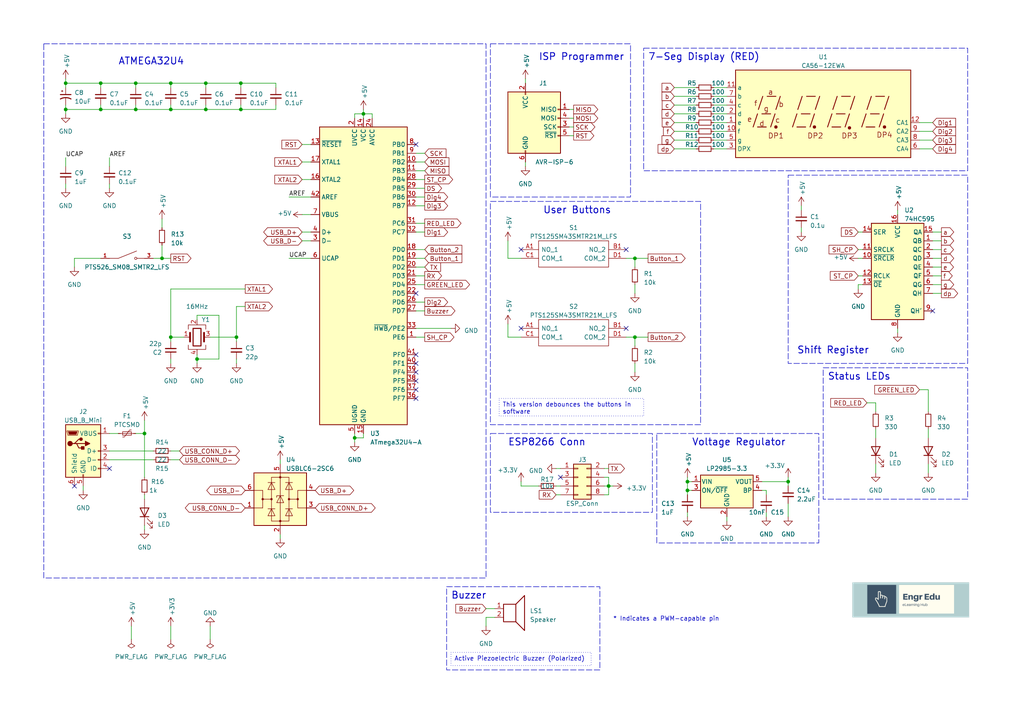
<source format=kicad_sch>
(kicad_sch (version 20230121) (generator eeschema)
  (paper "A4")
  (title_block (title "ATMEGA Kitchen Timer") (date "2023-04-03") (rev "1.0"))
  (junction (at 46.99 74.93))
  (junction (at 57.15 104.14))
  (junction (at 228.6 139.7))
  (junction (at 49.53 97.79))
  (junction (at 49.53 31.75))
  (junction (at 29.21 31.75))
  (junction (at 199.39 139.7))
  (junction (at 41.91 125.73))
  (junction (at 69.85 24.13))
  (junction (at 199.39 142.24))
  (junction (at 102.87 127))
  (junction (at 29.21 24.13))
  (junction (at 105.41 33.02))
  (junction (at 39.37 24.13))
  (junction (at 69.85 31.75))
  (junction (at 176.53 140.97))
  (junction (at 49.53 24.13))
  (junction (at 184.15 97.79))
  (junction (at 19.05 24.13))
  (junction (at 59.69 24.13))
  (junction (at 19.05 31.75))
  (junction (at 59.69 31.75))
  (junction (at 184.15 74.93))
  (junction (at 68.58 97.79))
  (junction (at 39.37 31.75))
  (no_connect (at 120.65 113.03))
  (no_connect (at 181.61 95.25))
  (no_connect (at 181.61 72.39))
  (no_connect (at 120.65 115.57))
  (no_connect (at 162.56 138.43))
  (no_connect (at 120.65 85.09))
  (no_connect (at 120.65 110.49))
  (no_connect (at 151.13 72.39))
  (no_connect (at 120.65 107.95))
  (no_connect (at 31.75 135.89))
  (no_connect (at 21.59 140.97))
  (no_connect (at 120.65 41.91))
  (no_connect (at 151.13 95.25))
  (no_connect (at 270.51 90.17))
  (no_connect (at 120.65 105.41))
  (no_connect (at 120.65 102.87))
  (wire (pts (xy 105.41 125.73) (xy 105.41 127)))
  (wire (pts (xy 228.6 138.43) (xy 228.6 139.7)))
  (wire (pts (xy 24.13 140.97) (xy 24.13 142.24)))
  (wire (pts (xy 19.05 24.13) (xy 19.05 25.4)))
  (wire (pts (xy 31.75 45.72) (xy 31.75 48.26)))
  (wire (pts (xy 260.35 95.25) (xy 260.35 96.52)))
  (wire (pts (xy 80.01 25.4) (xy 80.01 24.13)))
  (wire (pts (xy 184.15 97.79) (xy 184.15 100.33)))
  (wire (pts (xy 39.37 24.13) (xy 49.53 24.13)))
  (wire (pts (xy 59.69 30.48) (xy 59.69 31.75)))
  (wire (pts (xy 207.01 30.48) (xy 210.82 30.48)))
  (wire (pts (xy 19.05 31.75) (xy 19.05 33.02)))
  (wire (pts (xy 31.75 133.35) (xy 44.45 133.35)))
  (wire (pts (xy 49.53 99.06) (xy 49.53 97.79)))
  (wire (pts (xy 69.85 25.4) (xy 69.85 24.13)))
  (wire (pts (xy 57.15 104.14) (xy 57.15 105.41)))
  (wire (pts (xy 175.26 138.43) (xy 176.53 138.43)))
  (wire (pts (xy 69.85 24.13) (xy 80.01 24.13)))
  (wire (pts (xy 49.53 24.13) (xy 59.69 24.13)))
  (wire (pts (xy 60.96 181.61) (xy 60.96 185.42)))
  (wire (pts (xy 120.65 74.93) (xy 123.19 74.93)))
  (wire (pts (xy 120.65 57.15) (xy 123.19 57.15)))
  (wire (pts (xy 140.97 179.07) (xy 140.97 181.61)))
  (wire (pts (xy 120.65 90.17) (xy 123.19 90.17)))
  (wire (pts (xy 57.15 91.44) (xy 63.5 91.44)))
  (wire (pts (xy 270.51 67.31) (xy 273.05 67.31)))
  (wire (pts (xy 49.53 83.82) (xy 49.53 97.79)))
  (wire (pts (xy 184.15 97.79) (xy 187.96 97.79)))
  (wire (pts (xy 184.15 74.93) (xy 184.15 77.47)))
  (wire (pts (xy 228.6 146.05) (xy 228.6 149.86)))
  (wire (pts (xy 105.41 33.02) (xy 105.41 34.29)))
  (wire (pts (xy 46.99 63.5) (xy 46.99 66.04)))
  (wire (pts (xy 21.59 74.93) (xy 29.21 74.93)))
  (wire (pts (xy 120.65 80.01) (xy 123.19 80.01)))
  (wire (pts (xy 254 124.46) (xy 254 127)))
  (wire (pts (xy 41.91 143.51) (xy 41.91 144.78)))
  (wire (pts (xy 105.41 31.75) (xy 105.41 33.02)))
  (wire (pts (xy 248.92 72.39) (xy 250.19 72.39)))
  (wire (pts (xy 87.63 62.23) (xy 90.17 62.23)))
  (wire (pts (xy 222.25 148.59) (xy 222.25 149.86)))
  (wire (pts (xy 38.1 181.61) (xy 38.1 185.42)))
  (wire (pts (xy 161.29 143.51) (xy 162.56 143.51)))
  (wire (pts (xy 176.53 138.43) (xy 176.53 140.97)))
  (wire (pts (xy 57.15 102.87) (xy 57.15 104.14)))
  (wire (pts (xy 199.39 139.7) (xy 199.39 142.24)))
  (wire (pts (xy 39.37 31.75) (xy 29.21 31.75)))
  (wire (pts (xy 87.63 67.31) (xy 90.17 67.31)))
  (wire (pts (xy 195.58 30.48) (xy 201.93 30.48)))
  (wire (pts (xy 140.97 176.53) (xy 143.51 176.53)))
  (wire (pts (xy 59.69 31.75) (xy 49.53 31.75)))
  (wire (pts (xy 266.7 38.1) (xy 270.51 38.1)))
  (wire (pts (xy 87.63 52.07) (xy 90.17 52.07)))
  (wire (pts (xy 19.05 53.34) (xy 19.05 54.61)))
  (wire (pts (xy 269.24 113.03) (xy 269.24 119.38)))
  (wire (pts (xy 49.53 181.61) (xy 49.53 185.42)))
  (wire (pts (xy 49.53 133.35) (xy 52.07 133.35)))
  (wire (pts (xy 199.39 138.43) (xy 199.39 139.7)))
  (wire (pts (xy 195.58 27.94) (xy 201.93 27.94)))
  (wire (pts (xy 19.05 31.75) (xy 29.21 31.75)))
  (wire (pts (xy 39.37 30.48) (xy 39.37 31.75)))
  (wire (pts (xy 250.19 82.55) (xy 248.92 82.55)))
  (wire (pts (xy 69.85 31.75) (xy 80.01 31.75)))
  (wire (pts (xy 83.82 74.93) (xy 90.17 74.93)))
  (wire (pts (xy 156.21 140.97) (xy 151.13 140.97)))
  (wire (pts (xy 81.28 133.35) (xy 81.28 134.62)))
  (wire (pts (xy 161.29 140.97) (xy 162.56 140.97)))
  (wire (pts (xy 29.21 30.48) (xy 29.21 31.75)))
  (wire (pts (xy 269.24 124.46) (xy 269.24 127)))
  (wire (pts (xy 175.26 143.51) (xy 176.53 143.51)))
  (wire (pts (xy 195.58 35.56) (xy 201.93 35.56)))
  (wire (pts (xy 260.35 60.96) (xy 260.35 62.23)))
  (wire (pts (xy 266.7 113.03) (xy 269.24 113.03)))
  (wire (pts (xy 176.53 140.97) (xy 176.53 143.51)))
  (wire (pts (xy 102.87 125.73) (xy 102.87 127)))
  (wire (pts (xy 199.39 148.59) (xy 199.39 149.86)))
  (wire (pts (xy 228.6 140.97) (xy 228.6 139.7)))
  (wire (pts (xy 105.41 127) (xy 102.87 127)))
  (wire (pts (xy 68.58 88.9) (xy 68.58 97.79)))
  (wire (pts (xy 102.87 127) (xy 102.87 128.27)))
  (wire (pts (xy 232.41 59.69) (xy 232.41 60.96)))
  (wire (pts (xy 29.21 24.13) (xy 39.37 24.13)))
  (wire (pts (xy 195.58 38.1) (xy 201.93 38.1)))
  (wire (pts (xy 31.75 125.73) (xy 34.29 125.73)))
  (wire (pts (xy 46.99 71.12) (xy 46.99 74.93)))
  (wire (pts (xy 248.92 67.31) (xy 250.19 67.31)))
  (wire (pts (xy 207.01 25.4) (xy 210.82 25.4)))
  (wire (pts (xy 165.1 36.83) (xy 166.37 36.83)))
  (wire (pts (xy 39.37 25.4) (xy 39.37 24.13)))
  (wire (pts (xy 184.15 74.93) (xy 187.96 74.93)))
  (wire (pts (xy 81.28 154.94) (xy 81.28 156.21)))
  (wire (pts (xy 31.75 53.34) (xy 31.75 54.61)))
  (wire (pts (xy 44.45 74.93) (xy 46.99 74.93)))
  (wire (pts (xy 220.98 142.24) (xy 222.25 142.24)))
  (wire (pts (xy 120.65 77.47) (xy 123.19 77.47)))
  (wire (pts (xy 31.75 130.81) (xy 44.45 130.81)))
  (wire (pts (xy 147.32 97.79) (xy 147.32 93.98)))
  (wire (pts (xy 49.53 25.4) (xy 49.53 24.13)))
  (wire (pts (xy 152.4 46.99) (xy 152.4 48.26)))
  (wire (pts (xy 175.26 140.97) (xy 176.53 140.97)))
  (wire (pts (xy 49.53 97.79) (xy 53.34 97.79)))
  (wire (pts (xy 176.53 140.97) (xy 177.8 140.97)))
  (wire (pts (xy 269.24 134.62) (xy 269.24 137.16)))
  (wire (pts (xy 270.51 80.01) (xy 273.05 80.01)))
  (wire (pts (xy 266.7 40.64) (xy 270.51 40.64)))
  (wire (pts (xy 120.65 64.77) (xy 123.19 64.77)))
  (wire (pts (xy 151.13 140.97) (xy 151.13 139.7)))
  (wire (pts (xy 175.26 135.89) (xy 176.53 135.89)))
  (wire (pts (xy 248.92 74.93) (xy 250.19 74.93)))
  (wire (pts (xy 207.01 33.02) (xy 210.82 33.02)))
  (wire (pts (xy 181.61 74.93) (xy 184.15 74.93)))
  (wire (pts (xy 102.87 33.02) (xy 105.41 33.02)))
  (wire (pts (xy 165.1 34.29) (xy 166.37 34.29)))
  (wire (pts (xy 49.53 130.81) (xy 52.07 130.81)))
  (wire (pts (xy 195.58 43.18) (xy 201.93 43.18)))
  (wire (pts (xy 143.51 179.07) (xy 140.97 179.07)))
  (wire (pts (xy 228.6 139.7) (xy 220.98 139.7)))
  (wire (pts (xy 120.65 44.45) (xy 123.19 44.45)))
  (wire (pts (xy 46.99 74.93) (xy 49.53 74.93)))
  (wire (pts (xy 41.91 152.4) (xy 41.91 153.67)))
  (wire (pts (xy 49.53 31.75) (xy 39.37 31.75)))
  (wire (pts (xy 39.37 125.73) (xy 41.91 125.73)))
  (wire (pts (xy 63.5 91.44) (xy 63.5 104.14)))
  (wire (pts (xy 80.01 30.48) (xy 80.01 31.75)))
  (wire (pts (xy 120.65 97.79) (xy 123.19 97.79)))
  (wire (pts (xy 107.95 33.02) (xy 105.41 33.02)))
  (wire (pts (xy 49.53 104.14) (xy 49.53 105.41)))
  (wire (pts (xy 248.92 82.55) (xy 248.92 83.82)))
  (wire (pts (xy 207.01 40.64) (xy 210.82 40.64)))
  (wire (pts (xy 41.91 121.92) (xy 41.91 125.73)))
  (wire (pts (xy 270.51 72.39) (xy 273.05 72.39)))
  (wire (pts (xy 207.01 27.94) (xy 210.82 27.94)))
  (wire (pts (xy 195.58 33.02) (xy 201.93 33.02)))
  (wire (pts (xy 49.53 30.48) (xy 49.53 31.75)))
  (wire (pts (xy 120.65 87.63) (xy 123.19 87.63)))
  (wire (pts (xy 199.39 142.24) (xy 200.66 142.24)))
  (wire (pts (xy 207.01 38.1) (xy 210.82 38.1)))
  (wire (pts (xy 151.13 74.93) (xy 147.32 74.93)))
  (wire (pts (xy 232.41 66.04) (xy 232.41 67.31)))
  (wire (pts (xy 120.65 49.53) (xy 123.19 49.53)))
  (wire (pts (xy 83.82 57.15) (xy 90.17 57.15)))
  (wire (pts (xy 199.39 142.24) (xy 199.39 143.51)))
  (wire (pts (xy 184.15 82.55) (xy 184.15 85.09)))
  (wire (pts (xy 59.69 25.4) (xy 59.69 24.13)))
  (wire (pts (xy 41.91 125.73) (xy 41.91 138.43)))
  (wire (pts (xy 270.51 74.93) (xy 273.05 74.93)))
  (wire (pts (xy 266.7 43.18) (xy 270.51 43.18)))
  (wire (pts (xy 165.1 31.75) (xy 166.37 31.75)))
  (wire (pts (xy 151.13 97.79) (xy 147.32 97.79)))
  (wire (pts (xy 270.51 77.47) (xy 273.05 77.47)))
  (wire (pts (xy 59.69 31.75) (xy 69.85 31.75)))
  (wire (pts (xy 270.51 69.85) (xy 273.05 69.85)))
  (wire (pts (xy 120.65 46.99) (xy 123.19 46.99)))
  (wire (pts (xy 107.95 34.29) (xy 107.95 33.02)))
  (wire (pts (xy 165.1 39.37) (xy 166.37 39.37)))
  (wire (pts (xy 161.29 135.89) (xy 162.56 135.89)))
  (wire (pts (xy 87.63 46.99) (xy 90.17 46.99)))
  (wire (pts (xy 210.82 149.86) (xy 210.82 151.13)))
  (wire (pts (xy 184.15 105.41) (xy 184.15 107.95)))
  (wire (pts (xy 195.58 25.4) (xy 201.93 25.4)))
  (wire (pts (xy 195.58 40.64) (xy 201.93 40.64)))
  (wire (pts (xy 19.05 24.13) (xy 29.21 24.13)))
  (wire (pts (xy 60.96 97.79) (xy 68.58 97.79)))
  (wire (pts (xy 68.58 104.14) (xy 68.58 105.41)))
  (wire (pts (xy 71.12 88.9) (xy 68.58 88.9)))
  (wire (pts (xy 120.65 67.31) (xy 123.19 67.31)))
  (wire (pts (xy 254 116.84) (xy 254 119.38)))
  (wire (pts (xy 69.85 30.48) (xy 69.85 31.75)))
  (wire (pts (xy 254 134.62) (xy 254 137.16)))
  (wire (pts (xy 120.65 82.55) (xy 123.19 82.55)))
  (wire (pts (xy 71.12 83.82) (xy 49.53 83.82)))
  (wire (pts (xy 87.63 41.91) (xy 90.17 41.91)))
  (wire (pts (xy 222.25 142.24) (xy 222.25 143.51)))
  (wire (pts (xy 69.85 24.13) (xy 59.69 24.13)))
  (wire (pts (xy 120.65 52.07) (xy 123.19 52.07)))
  (wire (pts (xy 63.5 104.14) (xy 57.15 104.14)))
  (wire (pts (xy 120.65 72.39) (xy 123.19 72.39)))
  (wire (pts (xy 19.05 45.72) (xy 19.05 48.26)))
  (wire (pts (xy 57.15 92.71) (xy 57.15 91.44)))
  (wire (pts (xy 19.05 30.48) (xy 19.05 31.75)))
  (wire (pts (xy 68.58 97.79) (xy 68.58 99.06)))
  (wire (pts (xy 29.21 25.4) (xy 29.21 24.13)))
  (wire (pts (xy 207.01 35.56) (xy 210.82 35.56)))
  (wire (pts (xy 270.51 85.09) (xy 273.05 85.09)))
  (wire (pts (xy 147.32 74.93) (xy 147.32 69.85)))
  (wire (pts (xy 200.66 139.7) (xy 199.39 139.7)))
  (wire (pts (xy 87.63 69.85) (xy 90.17 69.85)))
  (wire (pts (xy 19.05 22.86) (xy 19.05 24.13)))
  (wire (pts (xy 120.65 54.61) (xy 123.19 54.61)))
  (wire (pts (xy 102.87 34.29) (xy 102.87 33.02)))
  (wire (pts (xy 21.59 77.47) (xy 21.59 74.93)))
  (wire (pts (xy 266.7 35.56) (xy 270.51 35.56)))
  (wire (pts (xy 120.65 59.69) (xy 123.19 59.69)))
  (wire (pts (xy 248.92 80.01) (xy 250.19 80.01)))
  (wire (pts (xy 120.65 95.25) (xy 130.81 95.25)))
  (wire (pts (xy 181.61 97.79) (xy 184.15 97.79)))
  (wire (pts (xy 251.46 116.84) (xy 254 116.84)))
  (wire (pts (xy 270.51 82.55) (xy 273.05 82.55)))
  (wire (pts (xy 152.4 22.86) (xy 152.4 24.13)))
  (wire (pts (xy 207.01 43.18) (xy 210.82 43.18)))
  (rectangle (start 142.24 12.7) (end 182.88 57.15) (stroke (width 0) (type dash)))
  (rectangle (start 190.5 125.73) (end 237.49 157.48) (stroke (width 0) (type dash)))
  (rectangle (start 238.76 106.68) (end 280.67 144.78) (stroke (width 0) (type dash)))
  (rectangle (start 12.7 12.7) (end 140.97 167.64) (stroke (width 0) (type dash)))
  (rectangle (start 129.54 170.18) (end 173.99 194.31) (stroke (width 0) (type dash)))
  (rectangle (start 142.24 58.42) (end 203.2 123.19) (stroke (width 0) (type dash)))
  (rectangle (start 228.6 50.8) (end 280.67 105.41) (stroke (width 0) (type dash)))
  (rectangle (start 186.69 13.97) (end 280.67 49.53) (stroke (width 0) (type dash)))
  (rectangle (start 142.24 125.73) (end 189.23 148.59) (stroke (width 0) (type dash)))
  (image (at 264.16 173.99) (scale 0.800628))
  (text_box "Active Piezoelectric Buzzer (Polarized)" (at 130.81 189.23 0) (size 40.64 3.81) (stroke (width 0) (type dot)) (effects (font (size 1.27 1.27)) (justify left top)))
  (text_box "This version debounces the buttons in software" (at 144.78 115.57 0) (size 41.91 5.08) (stroke (width 0) (type dot)) (effects (font (size 1.27 1.27)) (justify left top)))
  (text "Shift Register" (at 231.14 102.87 0) (effects (font (size 2 2) (thickness 0.254) bold) (justify left bottom)))
  (text "Voltage Regulator" (at 200.66 129.54 0) (effects (font (size 2 2) (thickness 0.254) bold) (justify left bottom)))
  (text "Status LEDs" (at 240.03 110.49 0) (effects (font (size 2 2) (thickness 0.254) bold) (justify left bottom)))
  (text "ATMEGA32U4" (at 34.29 19.05 0) (effects (font (size 2 2) (thickness 0.254) bold) (justify left bottom)))
  (text "User Buttons" (at 157.48 62.23 0) (effects (font (size 2 2) (thickness 0.254) bold) (justify left bottom)))
  (text "Buzzer" (at 130.81 173.99 0) (effects (font (size 2 2) (thickness 0.254) bold) (justify left bottom)))
  (text "* Indicates a PWM-capable pin" (at 177.8 180.34 0) (effects (font (size 1.27 1.27)) (justify left bottom)))
  (text "7-Seg Display (RED)" (at 187.96 17.78 0) (effects (font (size 2 2) (thickness 0.254) bold) (justify left bottom)))
  (text "ISP Programmer" (at 156.21 17.78 0) (effects (font (size 2 2) (thickness 0.254) bold) (justify left bottom)))
  (text "ESP8266 Conn\n" (at 147.32 129.54 0) (effects (font (size 2 2) (thickness 0.254) bold) (justify left bottom)))
  (label "UCAP" (at 19.05 45.72 0))
  (label "UCAP" (at 83.82 74.93 0))
  (label "AREF" (at 31.75 45.72 0))
  (label "AREF" (at 83.82 57.15 0))
  (global_label "XTAL1" (shape input) (at 87.63 46.99 180) (property "Intersheetrefs" "${INTERSHEET_REFS}" (effects hide)))
  (global_label "SCK" (shape input) (at 123.19 44.45 0) (property "Intersheetrefs" "${INTERSHEET_REFS}" (effects hide)))
  (global_label "RST" (shape output) (at 49.53 74.93 0) (property "Intersheetrefs" "${INTERSHEET_REFS}" (effects hide)))
  (global_label "GREEN_LED" (shape output) (at 123.19 82.55 0) (property "Intersheetrefs" "${INTERSHEET_REFS}" (effects hide)))
  (global_label "e" (shape output) (at 273.05 77.47 0) (property "Intersheetrefs" "${INTERSHEET_REFS}" (effects hide)))
  (global_label "Button_1" (shape output) (at 187.96 74.93 0) (property "Intersheetrefs" "${INTERSHEET_REFS}" (effects hide)))
  (global_label "DS" (shape output) (at 123.19 54.61 0) (property "Intersheetrefs" "${INTERSHEET_REFS}" (effects hide)))
  (global_label "XTAL2" (shape output) (at 71.12 88.9 0) (property "Intersheetrefs" "${INTERSHEET_REFS}" (effects hide)))
  (global_label "g" (shape output) (at 273.05 82.55 0) (property "Intersheetrefs" "${INTERSHEET_REFS}" (effects hide)))
  (global_label "dp" (shape output) (at 273.05 85.09 0) (property "Intersheetrefs" "${INTERSHEET_REFS}" (effects hide)))
  (global_label "Button_1" (shape input) (at 123.19 74.93 0) (property "Intersheetrefs" "${INTERSHEET_REFS}" (effects hide)))
  (global_label "TX" (shape input) (at 123.19 77.47 0) (property "Intersheetrefs" "${INTERSHEET_REFS}" (effects hide)))
  (global_label "b" (shape input) (at 195.58 27.94 180) (property "Intersheetrefs" "${INTERSHEET_REFS}" (effects hide)))
  (global_label "SH_CP" (shape output) (at 123.19 97.79 0) (property "Intersheetrefs" "${INTERSHEET_REFS}" (effects hide)))
  (global_label "f" (shape output) (at 273.05 80.01 0) (property "Intersheetrefs" "${INTERSHEET_REFS}" (effects hide)))
  (global_label "ST_CP" (shape input) (at 248.92 80.01 180) (property "Intersheetrefs" "${INTERSHEET_REFS}" (effects hide)))
  (global_label "RST" (shape output) (at 166.37 39.37 0) (property "Intersheetrefs" "${INTERSHEET_REFS}" (effects hide)))
  (global_label "ST_CP" (shape output) (at 123.19 52.07 0) (property "Intersheetrefs" "${INTERSHEET_REFS}" (effects hide)))
  (global_label "USB_CONN_D-" (shape bidirectional) (at 71.12 147.32 180) (property "Intersheetrefs" "${INTERSHEET_REFS}" (effects hide)))
  (global_label "d" (shape input) (at 195.58 33.02 180) (property "Intersheetrefs" "${INTERSHEET_REFS}" (effects hide)))
  (global_label "USB_D+" (shape bidirectional) (at 87.63 67.31 180) (property "Intersheetrefs" "${INTERSHEET_REFS}" (effects hide)))
  (global_label "a" (shape input) (at 195.58 25.4 180) (property "Intersheetrefs" "${INTERSHEET_REFS}" (effects hide)))
  (global_label "Dig1" (shape output) (at 123.19 67.31 0) (property "Intersheetrefs" "${INTERSHEET_REFS}" (effects hide)))
  (global_label "USB_D-" (shape bidirectional) (at 87.63 69.85 180) (property "Intersheetrefs" "${INTERSHEET_REFS}" (effects hide)))
  (global_label "MISO" (shape input) (at 123.19 49.53 0) (property "Intersheetrefs" "${INTERSHEET_REFS}" (effects hide)))
  (global_label "USB_CONN_D+" (shape bidirectional) (at 52.07 130.81 0) (property "Intersheetrefs" "${INTERSHEET_REFS}" (effects hide)))
  (global_label "SCK" (shape output) (at 166.37 36.83 0) (property "Intersheetrefs" "${INTERSHEET_REFS}" (effects hide)))
  (global_label "c" (shape output) (at 273.05 72.39 0) (property "Intersheetrefs" "${INTERSHEET_REFS}" (effects hide)))
  (global_label "USB_CONN_D+" (shape bidirectional) (at 91.44 147.32 0) (property "Intersheetrefs" "${INTERSHEET_REFS}" (effects hide)))
  (global_label "RX" (shape input) (at 161.29 143.51 180) (property "Intersheetrefs" "${INTERSHEET_REFS}" (effects hide)))
  (global_label "g" (shape input) (at 195.58 40.64 180) (property "Intersheetrefs" "${INTERSHEET_REFS}" (effects hide)))
  (global_label "Dig1" (shape input) (at 270.51 35.56 0) (property "Intersheetrefs" "${INTERSHEET_REFS}" (effects hide)))
  (global_label "USB_D+" (shape bidirectional) (at 91.44 142.24 0) (property "Intersheetrefs" "${INTERSHEET_REFS}" (effects hide)))
  (global_label "GREEN_LED" (shape input) (at 266.7 113.03 180) (property "Intersheetrefs" "${INTERSHEET_REFS}" (effects hide)))
  (global_label "a" (shape output) (at 273.05 67.31 0) (property "Intersheetrefs" "${INTERSHEET_REFS}" (effects hide)))
  (global_label "Dig2" (shape input) (at 270.51 38.1 0) (property "Intersheetrefs" "${INTERSHEET_REFS}" (effects hide)))
  (global_label "XTAL1" (shape output) (at 71.12 83.82 0) (property "Intersheetrefs" "${INTERSHEET_REFS}" (effects hide)))
  (global_label "Dig3" (shape output) (at 123.19 59.69 0) (property "Intersheetrefs" "${INTERSHEET_REFS}" (effects hide)))
  (global_label "DS" (shape input) (at 248.92 67.31 180) (property "Intersheetrefs" "${INTERSHEET_REFS}" (effects hide)))
  (global_label "RX" (shape output) (at 123.19 80.01 0) (property "Intersheetrefs" "${INTERSHEET_REFS}" (effects hide)))
  (global_label "SH_CP" (shape input) (at 248.92 72.39 180) (property "Intersheetrefs" "${INTERSHEET_REFS}" (effects hide)))
  (global_label "Button_2" (shape output) (at 187.96 97.79 0) (property "Intersheetrefs" "${INTERSHEET_REFS}" (effects hide)))
  (global_label "Dig4" (shape input) (at 270.51 43.18 0) (property "Intersheetrefs" "${INTERSHEET_REFS}" (effects hide)))
  (global_label "MOSI" (shape input) (at 123.19 46.99 0) (property "Intersheetrefs" "${INTERSHEET_REFS}" (effects hide)))
  (global_label "XTAL2" (shape input) (at 87.63 52.07 180) (property "Intersheetrefs" "${INTERSHEET_REFS}" (effects hide)))
  (global_label "c" (shape input) (at 195.58 30.48 180) (property "Intersheetrefs" "${INTERSHEET_REFS}" (effects hide)))
  (global_label "Button_2" (shape input) (at 123.19 72.39 0) (property "Intersheetrefs" "${INTERSHEET_REFS}" (effects hide)))
  (global_label "USB_D-" (shape bidirectional) (at 71.12 142.24 180) (property "Intersheetrefs" "${INTERSHEET_REFS}" (effects hide)))
  (global_label "dp" (shape input) (at 195.58 43.18 180) (property "Intersheetrefs" "${INTERSHEET_REFS}" (effects hide)))
  (global_label "RST" (shape input) (at 87.63 41.91 180) (property "Intersheetrefs" "${INTERSHEET_REFS}" (effects hide)))
  (global_label "RED_LED" (shape output) (at 123.19 64.77 0) (property "Intersheetrefs" "${INTERSHEET_REFS}" (effects hide)))
  (global_label "Buzzer" (shape output) (at 123.19 90.17 0) (property "Intersheetrefs" "${INTERSHEET_REFS}" (effects hide)))
  (global_label "Dig3" (shape input) (at 270.51 40.64 0) (property "Intersheetrefs" "${INTERSHEET_REFS}" (effects hide)))
  (global_label "Buzzer" (shape input) (at 140.97 176.53 180) (property "Intersheetrefs" "${INTERSHEET_REFS}" (effects hide)))
  (global_label "TX" (shape output) (at 176.53 135.89 0) (property "Intersheetrefs" "${INTERSHEET_REFS}" (effects hide)))
  (global_label "Dig2" (shape output) (at 123.19 87.63 0) (property "Intersheetrefs" "${INTERSHEET_REFS}" (effects hide)))
  (global_label "d" (shape output) (at 273.05 74.93 0) (property "Intersheetrefs" "${INTERSHEET_REFS}" (effects hide)))
  (global_label "USB_CONN_D-" (shape bidirectional) (at 52.07 133.35 0) (property "Intersheetrefs" "${INTERSHEET_REFS}" (effects hide)))
  (global_label "MISO" (shape output) (at 166.37 31.75 0) (property "Intersheetrefs" "${INTERSHEET_REFS}" (effects hide)))
  (global_label "e" (shape input) (at 195.58 35.56 180) (property "Intersheetrefs" "${INTERSHEET_REFS}" (effects hide)))
  (global_label "f" (shape input) (at 195.58 38.1 180) (property "Intersheetrefs" "${INTERSHEET_REFS}" (effects hide)))
  (global_label "b" (shape output) (at 273.05 69.85 0) (property "Intersheetrefs" "${INTERSHEET_REFS}" (effects hide)))
  (global_label "Dig4" (shape output) (at 123.19 57.15 0) (property "Intersheetrefs" "${INTERSHEET_REFS}" (effects hide)))
  (global_label "MOSI" (shape output) (at 166.37 34.29 0) (property "Intersheetrefs" "${INTERSHEET_REFS}" (effects hide)))
  (global_label "RED_LED" (shape input) (at 251.46 116.84 180) (property "Intersheetrefs" "${INTERSHEET_REFS}" (effects hide)))
  (symbol (lib_id "power:+5V") (at 147.32 93.98 0) (unit 1)
    (property "Reference" "#PWR014" (effects hide))
    (property "Value" "+5V" (at 147.6756 90.932 90) (effects (justify left)))
  )
  (symbol (lib_id "74xx:74HC595") (at 260.35 77.47 0) (unit 1)
    (property "Reference" "U2" (at 262.3059 60.96 0) (effects (justify left)))
    (property "Value" "74HC595" (at 262.3059 63.5 0) (effects (justify left)))
    (property "Footprint" "Package_SO:TSSOP-16_4.4x5mm_P0.65mm" (effects hide))
    (property "Datasheet" "http://www.ti.com/lit/ds/symlink/sn74hc595.pdf" (effects hide))
  )
  (symbol (lib_id "Device:C_Small") (at 49.53 27.94 0) (unit 1)
    (property "Reference" "C5" (at 52.07 27.3113 0) (effects (justify left)))
    (property "Value" "0.1uF" (at 52.07 29.8513 0) (effects (justify left)))
    (property "Footprint" "Capacitor_SMD:C_0603_1608Metric" (effects hide))
  )
  (symbol (lib_id "power:+5V") (at 19.05 22.86 0) (unit 1)
    (property "Reference" "#PWR023" (effects hide))
    (property "Value" "+5V" (at 19.4056 19.812 90) (effects (justify left)))
  )
  (symbol (lib_id "Device:R_Small") (at 46.99 130.81 90) (unit 1)
    (property "Reference" "R14" (at 46.99 128.27 90))
    (property "Value" "22" (at 46.99 130.81 90))
    (property "Footprint" "Resistor_SMD:R_0603_1608Metric" (effects hide))
  )
  (symbol (lib_id "Device:LED") (at 254 130.81 90) (unit 1)
    (property "Reference" "D1" (at 257.81 131.7625 90) (effects (justify right)))
    (property "Value" "LED" (at 257.81 134.3025 90) (effects (justify right)))
    (property "Footprint" "LED_SMD:LED_0805_2012Metric" (effects hide))
  )
  (symbol (lib_id "power:GND") (at 102.87 128.27 0) (unit 1)
    (property "Reference" "#PWR03" (effects hide))
    (property "Value" "GND" (at 102.87 133.35 0))
  )
  (symbol (lib_id "power:+5V") (at 87.63 62.23 90) (unit 1)
    (property "Reference" "#PWR05" (effects hide))
    (property "Value" "+5V" (at 84.582 61.8744 90) (effects (justify left)))
  )
  (symbol (lib_id "Device:C_Small") (at 232.41 63.5 0) (unit 1)
    (property "Reference" "C1" (at 234.95 62.8713 0) (effects (justify left)))
    (property "Value" "0.1u" (at 234.95 65.4113 0) (effects (justify left)))
    (property "Footprint" "Capacitor_SMD:C_0603_1608Metric" (effects hide))
  )
  (symbol (lib_id "power:GND") (at 31.75 54.61 0) (unit 1)
    (property "Reference" "#PWR025" (effects hide))
    (property "Value" "GND" (at 31.75 59.69 0))
  )
  (symbol (lib_id "power:GND") (at 228.6 149.86 0) (unit 1)
    (property "Reference" "#PWR044" (effects hide))
    (property "Value" "GND" (at 228.6 154.94 0))
  )
  (symbol (lib_id "Device:C_Small") (at 39.37 27.94 0) (unit 1)
    (property "Reference" "C4" (at 41.91 27.3113 0) (effects (justify left)))
    (property "Value" "0.1uF" (at 41.91 29.8513 0) (effects (justify left)))
    (property "Footprint" "Capacitor_SMD:C_0603_1608Metric" (effects hide))
  )
  (symbol (lib_id "power:+5V") (at 199.39 138.43 0) (unit 1)
    (property "Reference" "#PWR039" (effects hide))
    (property "Value" "+5V" (at 199.7456 135.382 90) (effects (justify left)))
  )
  (symbol (lib_id "Device:Crystal_GND24") (at 57.15 97.79 0) (unit 1)
    (property "Reference" "Y1" (at 59.69 92.71 0))
    (property "Value" "16MHz" (at 57.15 88.9 0))
    (property "Footprint" "Crystal:Crystal_SMD_Abracon_ABM8G-4Pin_3.2x2.5mm" (effects hide))
  )
  (symbol (lib_id "Device:R_Small") (at 41.91 140.97 0) (unit 1)
    (property "Reference" "R16" (at 45.72 139.7 0))
    (property "Value" "1k" (at 44.45 142.24 0))
    (property "Footprint" "Resistor_SMD:R_0603_1608Metric" (effects hide))
  )
  (symbol (lib_id "Device:C_Small") (at 19.05 50.8 0) (unit 1)
    (property "Reference" "C9" (at 21.59 50.1713 0) (effects (justify left)))
    (property "Value" "1uF" (at 21.59 52.7113 0) (effects (justify left)))
    (property "Footprint" "Capacitor_SMD:C_0603_1608Metric" (effects hide))
  )
  (symbol (lib_id "PTS526_SMD_Button:PTS526_SM08_SMTR2_LFS") (at 36.83 74.93 0) (unit 1)
    (property "Reference" "S3" (at 36.83 68.58 0))
    (property "Value" "PTS526_SM08_SMTR2_LFS" (at 36.83 77.47 0))
    (property "Footprint" "PTS526_SMD_Button:PTS526_SMD_Button" (effects hide))
    (property "STANDARD" "Manufacturer Recommendations" (effects hide))
    (property "MANUFACTURER" "C&K" (effects hide))
    (property "PARTREV" "20 mar 19" (effects hide))
    (property "MAXIMUM_PACKAGE_HEIGHT" "0.95mm" (effects hide))
  )
  (symbol (lib_id "PTS125_SMD_Button:PTS125SM43SMTR21M_LFS") (at 151.13 95.25 0) (unit 1)
    (property "Reference" "S2" (at 166.37 88.9 0))
    (property "Value" "PTS125SM43SMTR21M_LFS" (at 166.37 91.44 0))
    (property "Footprint" "PTS125_SMD_Button:PTS125_SMD_Button" (effects hide))
    (property "Datasheet" "https://www.ckswitches.com/media/1462/pts125.pdf" (effects hide))
    (property "Description" "Tactile Switches SWITCH TACTILE 50mA @ 12VDC, SPST-NO, Surface Mount, Top Actuated, Gull Wing, 180gf" (effects hide))
    (property "Height" "4.3" (effects hide))
    (property "Manufacturer_Name" "C & K COMPONENTS" (effects hide))
    (property "Manufacturer_Part_Number" "PTS125SM43SMTR21M LFS" (effects hide))
    (property "Mouser Part Number" "611-PTS125S43SMTRLFS" (effects hide))
    (property "Mouser Price/Stock" "https://www.mouser.co.uk/ProductDetail/CK/PTS125SM43SMTR21M-LFS?qs=t7xnP681wgUNXpRGJY2Vkw%3D%3D" (effects hide))
  )
  (symbol (lib_id "Device:R_Small") (at 46.99 133.35 90) (unit 1)
    (property "Reference" "R15" (at 46.99 135.89 90))
    (property "Value" "22" (at 46.99 133.35 90))
    (property "Footprint" "Resistor_SMD:R_0603_1608Metric" (effects hide))
  )
  (symbol (lib_id "Device:C_Small") (at 69.85 27.94 0) (unit 1)
    (property "Reference" "C10" (at 72.39 27.3113 0) (effects (justify left)))
    (property "Value" "0.1uF" (at 72.39 29.8513 0) (effects (justify left)))
    (property "Footprint" "Capacitor_SMD:C_0603_1608Metric" (effects hide))
  )
  (symbol (lib_id "power:GND") (at 222.25 149.86 0) (unit 1)
    (property "Reference" "#PWR043" (effects hide))
    (property "Value" "GND" (at 222.25 154.94 0))
  )
  (symbol (lib_id "power:GND") (at 49.53 105.41 0) (unit 1)
    (property "Reference" "#PWR026" (effects hide))
    (property "Value" "GND" (at 49.53 110.49 0))
  )
  (symbol (lib_name "GND_3") (lib_id "power:GND") (at 232.41 67.31 0) (unit 1)
    (property "Reference" "#PWR01" (effects hide))
    (property "Value" "GND" (at 232.41 72.39 0))
  )
  (symbol (lib_id "power:PWR_FLAG") (at 38.1 185.42 180) (unit 1)
    (property "Reference" "#FLG02" (effects hide))
    (property "Value" "PWR_FLAG" (at 38.1 190.5 0))
  )
  (symbol (lib_id "Device:C_Small") (at 29.21 27.94 0) (unit 1)
    (property "Reference" "C7" (at 31.75 27.3113 0) (effects (justify left)))
    (property "Value" "0.1uF" (at 31.75 29.8513 0) (effects (justify left)))
    (property "Footprint" "Capacitor_SMD:C_0603_1608Metric" (effects hide))
  )
  (symbol (lib_id "power:+5V") (at 232.41 59.69 0) (unit 1)
    (property "Reference" "#PWR02" (effects hide))
    (property "Value" "+5V" (at 232.7656 56.642 90) (effects (justify left)))
  )
  (symbol (lib_id "power:GND") (at 130.81 95.25 90) (unit 1)
    (property "Reference" "#PWR021" (effects hide))
    (property "Value" "GND" (at 134.62 95.885 90) (effects (justify right)))
  )
  (symbol (lib_id "Device:R_Small") (at 204.47 33.02 90) (unit 1)
    (property "Reference" "R8" (at 200.66 31.75 90))
    (property "Value" "100" (at 208.28 31.75 90))
    (property "Footprint" "Resistor_SMD:R_0805_2012Metric" (effects hide))
  )
  (symbol (lib_id "power:+5V") (at 260.35 60.96 0) (unit 1)
    (property "Reference" "#PWR07" (effects hide))
    (property "Value" "+5V" (at 260.7056 57.912 90) (effects (justify left)))
  )
  (symbol (lib_id "Device:Polyfuse_Small") (at 36.83 125.73 90) (unit 1)
    (property "Reference" "F1" (at 36.83 120.65 90))
    (property "Value" "PTCSMD" (at 36.83 123.19 90))
    (property "Footprint" "Fuse:Fuse_1812_4532Metric" (effects hide))
  )
  (symbol (lib_id "Connector:USB_B_Mini") (at 24.13 130.81 0) (unit 1)
    (property "Reference" "J2" (at 24.13 119.38 0))
    (property "Value" "USB_B_Mini" (at 24.13 121.92 0))
    (property "Footprint" "Connector_USB:USB_Mini-B_Lumberg_2486_01_Horizontal" (effects hide))
  )
  (symbol (lib_id "Device:R_Small") (at 184.15 80.01 0) (unit 1)
    (property "Reference" "R1" (at 186.69 79.375 0) (effects (justify left)))
    (property "Value" "10k" (at 186.69 81.915 0) (effects (justify left)))
    (property "Footprint" "Resistor_SMD:R_0805_2012Metric" (effects hide))
  )
  (symbol (lib_id "Device:R_Small") (at 184.15 102.87 0) (unit 1)
    (property "Reference" "R2" (at 186.69 102.235 0) (effects (justify left)))
    (property "Value" "10k" (at 186.69 104.775 0) (effects (justify left)))
    (property "Footprint" "Resistor_SMD:R_0805_2012Metric" (effects hide))
  )
  (symbol (lib_id "power:+5V") (at 38.1 181.61 0) (unit 1)
    (property "Reference" "#PWR018" (effects hide))
    (property "Value" "+5V" (at 38.4556 178.562 90) (effects (justify left)))
  )
  (symbol (lib_id "Device:R_Small") (at 204.47 30.48 90) (unit 1)
    (property "Reference" "R7" (at 200.66 29.21 90))
    (property "Value" "100" (at 208.28 29.21 90))
    (property "Footprint" "Resistor_SMD:R_0805_2012Metric" (effects hide))
  )
  (symbol (lib_id "power:GND") (at 41.91 153.67 0) (unit 1)
    (property "Reference" "#PWR030" (effects hide))
    (property "Value" "GND" (at 41.91 158.75 0))
  )
  (symbol (lib_id "Device:LED") (at 269.24 130.81 90) (unit 1)
    (property "Reference" "D2" (at 273.05 131.7625 90) (effects (justify right)))
    (property "Value" "LED" (at 273.05 134.3025 90) (effects (justify right)))
    (property "Footprint" "LED_SMD:LED_0805_2012Metric" (effects hide))
  )
  (symbol (lib_id "power:+5V") (at 152.4 22.86 0) (unit 1)
    (property "Reference" "#PWR034" (effects hide))
    (property "Value" "+5V" (at 152.7556 19.812 90) (effects (justify left)))
  )
  (symbol (lib_id "power:PWR_FLAG") (at 49.53 185.42 180) (unit 1)
    (property "Reference" "#FLG03" (effects hide))
    (property "Value" "PWR_FLAG" (at 49.53 190.5 0))
  )
  (symbol (lib_id "Device:R_Small") (at 204.47 38.1 90) (unit 1)
    (property "Reference" "R10" (at 200.66 36.83 90))
    (property "Value" "100" (at 208.28 36.83 90))
    (property "Footprint" "Resistor_SMD:R_0805_2012Metric" (effects hide))
  )
  (symbol (lib_id "Device:C_Small") (at 68.58 101.6 0) (unit 1)
    (property "Reference" "C3" (at 71.12 100.9713 0) (effects (justify left)))
    (property "Value" "22p" (at 71.12 103.5113 0) (effects (justify left)))
    (property "Footprint" "Capacitor_SMD:C_0603_1608Metric" (effects hide))
  )
  (symbol (lib_id "Regulator_Linear:LP2985-3.3") (at 210.82 142.24 0) (unit 1)
    (property "Reference" "U5" (at 210.82 133.35 0))
    (property "Value" "LP2985-3.3" (at 210.82 135.89 0))
    (property "Footprint" "Package_TO_SOT_SMD:SOT-23-5" (effects hide))
    (property "Datasheet" "http://www.ti.com/lit/ds/symlink/lp2985.pdf" (effects hide))
  )
  (symbol (lib_id "Device:C_Small") (at 222.25 146.05 0) (unit 1)
    (property "Reference" "C15" (at 223.52 148.59 0) (effects (justify left)))
    (property "Value" "10nF" (at 217.17 148.59 0) (effects (justify left)))
    (property "Footprint" "Capacitor_SMD:C_0603_1608Metric" (effects hide))
  )
  (symbol (lib_id "power:GND") (at 199.39 149.86 0) (unit 1)
    (property "Reference" "#PWR042" (effects hide))
    (property "Value" "GND" (at 199.39 154.94 0))
  )
  (symbol (lib_id "power:+5V") (at 81.28 133.35 0) (unit 1)
    (property "Reference" "#PWR033" (effects hide))
    (property "Value" "+5V" (at 81.6356 130.302 90) (effects (justify left)))
  )
  (symbol (lib_id "power:PWR_FLAG") (at 60.96 185.42 180) (unit 1)
    (property "Reference" "#FLG04" (effects hide))
    (property "Value" "PWR_FLAG" (at 60.96 190.5 0))
  )
  (symbol (lib_id "Device:R_Small") (at 254 121.92 0) (unit 1)
    (property "Reference" "R3" (at 256.54 121.285 0) (effects (justify left)))
    (property "Value" "330" (at 256.54 123.825 0) (effects (justify left)))
    (property "Footprint" "Resistor_SMD:R_0805_2012Metric" (effects hide))
  )
  (symbol (lib_name "GND_1") (lib_id "power:GND") (at 184.15 107.95 0) (unit 1)
    (property "Reference" "#PWR015" (effects hide))
    (property "Value" "GND" (at 184.15 113.03 0))
  )
  (symbol (lib_name "GND_1") (lib_id "power:GND") (at 60.96 181.61 180) (unit 1)
    (property "Reference" "#PWR011" (effects hide))
    (property "Value" "GND" (at 60.96 177.8 0))
  )
  (symbol (lib_id "power:+5V") (at 41.91 121.92 0) (unit 1)
    (property "Reference" "#PWR029" (effects hide))
    (property "Value" "+5V" (at 42.2656 118.872 90) (effects (justify left)))
  )
  (symbol (lib_id "power:GND") (at 19.05 54.61 0) (unit 1)
    (property "Reference" "#PWR022" (effects hide))
    (property "Value" "GND" (at 19.05 59.69 0))
  )
  (symbol (lib_id "Device:R_Small") (at 204.47 25.4 90) (unit 1)
    (property "Reference" "R5" (at 200.66 24.13 90))
    (property "Value" "100" (at 208.28 24.13 90))
    (property "Footprint" "Resistor_SMD:R_0805_2012Metric" (effects hide))
  )
  (symbol (lib_id "Device:R_Small") (at 158.75 140.97 90) (unit 1)
    (property "Reference" "R17" (at 160.6473 139.0392 90) (effects (justify left)))
    (property "Value" "10k" (at 160.5693 140.9909 90) (effects (justify left)))
    (property "Footprint" "Resistor_SMD:R_0603_1608Metric" (effects hide))
  )
  (symbol (lib_id "power:+5V") (at 248.92 74.93 90) (unit 1)
    (property "Reference" "#PWR09" (effects hide))
    (property "Value" "+5V" (at 245.872 74.5744 90) (effects (justify left)))
  )
  (symbol (lib_id "power:+3.3V") (at 228.6 138.43 0) (unit 1)
    (property "Reference" "#PWR040" (effects hide))
    (property "Value" "+3.3V" (at 224.69 135.076 0))
  )
  (symbol (lib_id "Device:C_Small") (at 228.6 143.51 0) (unit 1)
    (property "Reference" "C14" (at 231.14 142.24 0) (effects (justify left)))
    (property "Value" "2.2uF" (at 231.14 144.78 0) (effects (justify left)))
    (property "Footprint" "Capacitor_SMD:C_0603_1608Metric" (effects hide))
  )
  (symbol (lib_id "Device:LED") (at 41.91 148.59 90) (unit 1)
    (property "Reference" "D3" (at 45.72 149.5425 90) (effects (justify right)))
    (property "Value" "LED" (at 45.72 152.0825 90) (effects (justify right)))
    (property "Footprint" "LED_SMD:LED_0805_2012Metric" (effects hide))
  )
  (symbol (lib_name "GND_1") (lib_id "power:GND") (at 248.92 83.82 0) (unit 1)
    (property "Reference" "#PWR08" (effects hide))
    (property "Value" "GND" (at 248.92 88.9 0))
  )
  (symbol (lib_id "Connector_Generic:Conn_02x04_Odd_Even") (at 167.64 138.43 0) (unit 1)
    (property "Reference" "J3" (at 168.91 133.35 0))
    (property "Value" "ESP_Conn" (at 168.91 146.05 0))
    (property "Footprint" "Connector_PinSocket_2.54mm:PinSocket_2x04_P2.54mm_Vertical" (effects hide))
  )
  (symbol (lib_id "power:GND") (at 24.13 142.24 0) (unit 1)
    (property "Reference" "#PWR031" (effects hide))
    (property "Value" "GND" (at 24.13 147.32 0))
  )
  (symbol (lib_id "power:GND") (at 19.05 33.02 0) (unit 1)
    (property "Reference" "#PWR024" (effects hide))
    (property "Value" "GND" (at 19.05 38.1 0))
  )
  (symbol (lib_id "power:GND") (at 57.15 105.41 0) (unit 1)
    (property "Reference" "#PWR017" (effects hide))
    (property "Value" "GND" (at 57.15 110.49 0))
  )
  (symbol (lib_id "Display_Character:CA56-12EWA") (at 238.76 33.02 0) (unit 1)
    (property "Reference" "U1" (at 238.76 16.51 0))
    (property "Value" "CA56-12EWA" (at 238.76 19.05 0))
    (property "Footprint" "Display_7Segment:CA56-12EWA" (effects hide))
    (property "Datasheet" "http://cdn.sparkfun.com/datasheets/Components/LED/1LEDREDCC.pdf" (effects hide))
  )
  (symbol (lib_id "Device:C_Small") (at 80.01 27.94 0) (unit 1)
    (property "Reference" "C11" (at 82.55 27.3113 0) (effects (justify left)))
    (property "Value" "0.1uF" (at 82.55 29.8513 0) (effects (justify left)))
    (property "Footprint" "Capacitor_SMD:C_0603_1608Metric" (effects hide))
  )
  (symbol (lib_id "Connector:AVR-ISP-6") (at 154.94 36.83 0) (unit 1)
    (property "Reference" "J1" (at 158.75 24.13 0) (effects (justify right)))
    (property "Value" "AVR-ISP-6" (at 166.37 46.99 0) (effects (justify right)))
    (property "Footprint" "Connector_PinSocket_2.54mm:PinSocket_2x03_P2.54mm_Vertical" (effects hide))
    (property "Datasheet" " ~" (effects hide))
  )
  (symbol (lib_id "Device:C_Polarized_Small_US") (at 19.05 27.94 0) (unit 1)
    (property "Reference" "C8" (at 21.59 26.8732 0) (effects (justify left)))
    (property "Value" "10uF" (at 21.59 29.4132 0) (effects (justify left)))
    (property "Footprint" "Capacitor_SMD:C_0805_2012Metric" (effects hide))
  )
  (symbol (lib_id "Device:C_Small") (at 31.75 50.8 0) (unit 1)
    (property "Reference" "C12" (at 34.29 50.1713 0) (effects (justify left)))
    (property "Value" "0.1uF" (at 34.29 52.7113 0) (effects (justify left)))
    (property "Footprint" "Capacitor_SMD:C_0603_1608Metric" (effects hide))
  )
  (symbol (lib_id "power:GND") (at 81.28 156.21 0) (unit 1)
    (property "Reference" "#PWR032" (effects hide))
    (property "Value" "GND" (at 81.28 161.29 0))
  )
  (symbol (lib_id "power:GND") (at 210.82 151.13 0) (unit 1)
    (property "Reference" "#PWR041" (effects hide))
    (property "Value" "GND" (at 210.82 156.21 0))
  )
  (symbol (lib_name "GND_2") (lib_id "power:GND") (at 269.24 137.16 0) (unit 1)
    (property "Reference" "#PWR020" (effects hide))
    (property "Value" "GND" (at 269.24 142.24 0))
  )
  (symbol (lib_id "Device:R_Small") (at 204.47 40.64 90) (unit 1)
    (property "Reference" "R11" (at 200.66 39.37 90))
    (property "Value" "100" (at 208.28 39.37 90))
    (property "Footprint" "Resistor_SMD:R_0805_2012Metric" (effects hide))
  )
  (symbol (lib_id "Device:R_Small") (at 269.24 121.92 0) (unit 1)
    (property "Reference" "R4" (at 271.78 121.285 0) (effects (justify left)))
    (property "Value" "330" (at 271.78 123.825 0) (effects (justify left)))
    (property "Footprint" "Resistor_SMD:R_0805_2012Metric" (effects hide))
  )
  (symbol (lib_id "power:GND") (at 68.58 105.41 0) (unit 1)
    (property "Reference" "#PWR045" (effects hide))
    (property "Value" "GND" (at 68.58 110.49 0))
  )
  (symbol (lib_id "Device:C_Small") (at 59.69 27.94 0) (unit 1)
    (property "Reference" "C6" (at 62.23 27.3113 0) (effects (justify left)))
    (property "Value" "0.1uF" (at 62.23 29.8513 0) (effects (justify left)))
    (property "Footprint" "Capacitor_SMD:C_0603_1608Metric" (effects hide))
  )
  (symbol (lib_id "power:GND") (at 152.4 48.26 0) (unit 1)
    (property "Reference" "#PWR035" (effects hide))
    (property "Value" "GND" (at 152.4 53.34 0))
  )
  (symbol (lib_id "Device:R_Small") (at 204.47 27.94 90) (unit 1)
    (property "Reference" "R6" (at 200.66 26.67 90))
    (property "Value" "100" (at 208.28 26.67 90))
    (property "Footprint" "Resistor_SMD:R_0805_2012Metric" (effects hide))
  )
  (symbol (lib_name "GND_1") (lib_id "power:GND") (at 140.97 181.61 0) (unit 1)
    (property "Reference" "#PWR016" (effects hide))
    (property "Value" "GND" (at 140.97 186.69 0))
  )
  (symbol (lib_id "power:GND") (at 21.59 77.47 0) (unit 1)
    (property "Reference" "#PWR027" (effects hide))
    (property "Value" "GND" (at 21.59 82.55 0))
  )
  (symbol (lib_id "power:+5V") (at 105.41 31.75 0) (unit 1)
    (property "Reference" "#PWR04" (effects hide))
    (property "Value" "+5V" (at 105.7656 28.702 90) (effects (justify left)))
  )
  (symbol (lib_name "GND_3") (lib_id "power:GND") (at 260.35 96.52 0) (unit 1)
    (property "Reference" "#PWR06" (effects hide))
    (property "Value" "GND" (at 260.35 101.6 0))
  )
  (symbol (lib_id "power:+5V") (at 46.99 63.5 0) (unit 1)
    (property "Reference" "#PWR028" (effects hide))
    (property "Value" "+5V" (at 47.3456 60.452 90) (effects (justify left)))
  )
  (symbol (lib_id "Device:C_Small") (at 49.53 101.6 180) (unit 1)
    (property "Reference" "C2" (at 46.99 102.2287 0) (effects (justify left)))
    (property "Value" "22p" (at 46.99 99.6887 0) (effects (justify left)))
    (property "Footprint" "Capacitor_SMD:C_0603_1608Metric" (effects hide))
  )
  (symbol (lib_id "Device:C_Small") (at 199.39 146.05 0) (unit 1)
    (property "Reference" "C13" (at 191.77 146.05 0) (effects (justify left)))
    (property "Value" "1uF" (at 191.77 148.59 0) (effects (justify left)))
    (property "Footprint" "Capacitor_SMD:C_0603_1608Metric" (effects hide))
  )
  (symbol (lib_id "Power_Protection:USBLC6-2SC6") (at 81.28 144.78 0) (unit 1)
    (property "Reference" "U4" (at 82.9311 133.35 0) (effects (justify left)))
    (property "Value" "USBLC6-2SC6" (at 82.9311 135.89 0) (effects (justify left)))
    (property "Footprint" "Package_TO_SOT_SMD:SOT-23-6" (effects hide))
    (property "Datasheet" "https://www.st.com/resource/en/datasheet/usblc6-2.pdf" (effects hide))
  )
  (symbol (lib_id "PTS125_SMD_Button:PTS125SM43SMTR21M_LFS") (at 151.13 72.39 0) (unit 1)
    (property "Reference" "S1" (at 166.37 66.04 0))
    (property "Value" "PTS125SM43SMTR21M_LFS" (at 166.37 68.58 0))
    (property "Footprint" "PTS125_SMD_Button:PTS125_SMD_Button" (effects hide))
    (property "Datasheet" "https://www.ckswitches.com/media/1462/pts125.pdf" (effects hide))
    (property "Description" "Tactile Switches SWITCH TACTILE 50mA @ 12VDC, SPST-NO, Surface Mount, Top Actuated, Gull Wing, 180gf" (effects hide))
    (property "Height" "4.3" (effects hide))
    (property "Manufacturer_Name" "C & K COMPONENTS" (effects hide))
    (property "Manufacturer_Part_Number" "PTS125SM43SMTR21M LFS" (effects hide))
    (property "Mouser Part Number" "611-PTS125S43SMTRLFS" (effects hide))
    (property "Mouser Price/Stock" "https://www.mouser.co.uk/ProductDetail/CK/PTS125SM43SMTR21M-LFS?qs=t7xnP681wgUNXpRGJY2Vkw%3D%3D" (effects hide))
  )
  (symbol (lib_id "Device:R_Small") (at 204.47 35.56 90) (unit 1)
    (property "Reference" "R9" (at 200.66 34.29 90))
    (property "Value" "100" (at 208.28 34.29 90))
    (property "Footprint" "Resistor_SMD:R_0805_2012Metric" (effects hide))
  )
  (symbol (lib_id "Device:Speaker") (at 148.59 176.53 0) (unit 1)
    (property "Reference" "LS1" (at 153.67 177.165 0) (effects (justify left)))
    (property "Value" "Speaker" (at 153.67 179.705 0) (effects (justify left)))
    (property "Footprint" "Buzzer_Beeper:Buzzer_12x9.5RM7.6" (effects hide))
    (property "Datasheet" "https://www.digikey.com/en/products/detail/cui-devices/CMI-1295IC-0585T/11674150?utm_adgroup=Alarms%2C%20Buzzers%2C%20and%20Sirens&utm_source=google&utm_medium=cpc&utm_campaign=Shopping_Product_Audio%20Products_NEW&utm_term=&utm_content=Alarms%2C%20Buzzers%2C%20and%20Sirens&gclid=CjwKCAjwzuqgBhAcEiwAdj5dRt8nz1IuytFLjx3uwWgVUeIhfTmZ3ysWix6dXCToN1KqcPwJXCrWqhoCtbEQAvD_BwE" (effects hide))
  )
  (symbol (lib_id "Device:R_Small") (at 46.99 68.58 0) (unit 1)
    (property "Reference" "R13" (at 49.53 67.945 0) (effects (justify left)))
    (property "Value" "10k" (at 49.53 70.485 0) (effects (justify left)))
    (property "Footprint" "Resistor_SMD:R_0603_1608Metric" (effects hide))
  )
  (symbol (lib_id "power:+5V") (at 147.32 69.85 0) (unit 1)
    (property "Reference" "#PWR013" (effects hide))
    (property "Value" "+5V" (at 147.6756 66.802 90) (effects (justify left)))
  )
  (symbol (lib_name "GND_1") (lib_id "power:GND") (at 254 137.16 0) (unit 1)
    (property "Reference" "#PWR010" (effects hide))
    (property "Value" "GND" (at 254 142.24 0))
  )
  (symbol (lib_id "power:+3.3V") (at 177.8 140.97 270) (unit 1)
    (property "Reference" "#PWR036" (effects hide))
    (property "Value" "+3.3V" (at 181.61 141.605 90) (effects (justify left)))
  )
  (symbol (lib_id "power:+3V3") (at 49.53 181.61 0) (unit 1)
    (property "Reference" "#PWR019" (effects hide))
    (property "Value" "+3.3V" (at 49.911 178.562 90) (effects (justify left)))
  )
  (symbol (lib_id "power:+3.3V") (at 151.13 139.7 0) (unit 1)
    (property "Reference" "#PWR038" (effects hide))
    (property "Value" "+3.3V" (at 147.22 136.346 0))
  )
  (symbol (lib_id "power:GND") (at 161.29 135.89 270) (unit 1)
    (property "Reference" "#PWR037" (effects hide))
    (property "Value" "GND" (at 157.48 136.525 90) (effects (justify right)))
  )
  (symbol (lib_id "MCU_Microchip_ATmega:ATmega32U4-A") (at 105.41 80.01 0) (unit 1)
    (property "Reference" "U3" (at 107.3659 125.73 0) (effects (justify left)))
    (property "Value" "ATmega32U4-A" (at 107.3659 128.27 0) (effects (justify left)))
    (property "Footprint" "Package_QFP:TQFP-44_10x10mm_P0.8mm" (effects hide))
    (property "Datasheet" "http://ww1.microchip.com/downloads/en/DeviceDoc/Atmel-7766-8-bit-AVR-ATmega16U4-32U4_Datasheet.pdf" (effects hide))
  )
  (symbol (lib_id "Device:R_Small") (at 204.47 43.18 90) (unit 1)
    (property "Reference" "R12" (at 200.66 41.91 90))
    (property "Value" "100" (at 208.28 41.91 90))
    (property "Footprint" "Resistor_SMD:R_0805_2012Metric" (effects hide))
  )
  (symbol (lib_name "GND_1") (lib_id "power:GND") (at 184.15 85.09 0) (unit 1)
    (property "Reference" "#PWR012" (effects hide))
    (property "Value" "GND" (at 184.15 90.17 0))
  )
)
</source>
